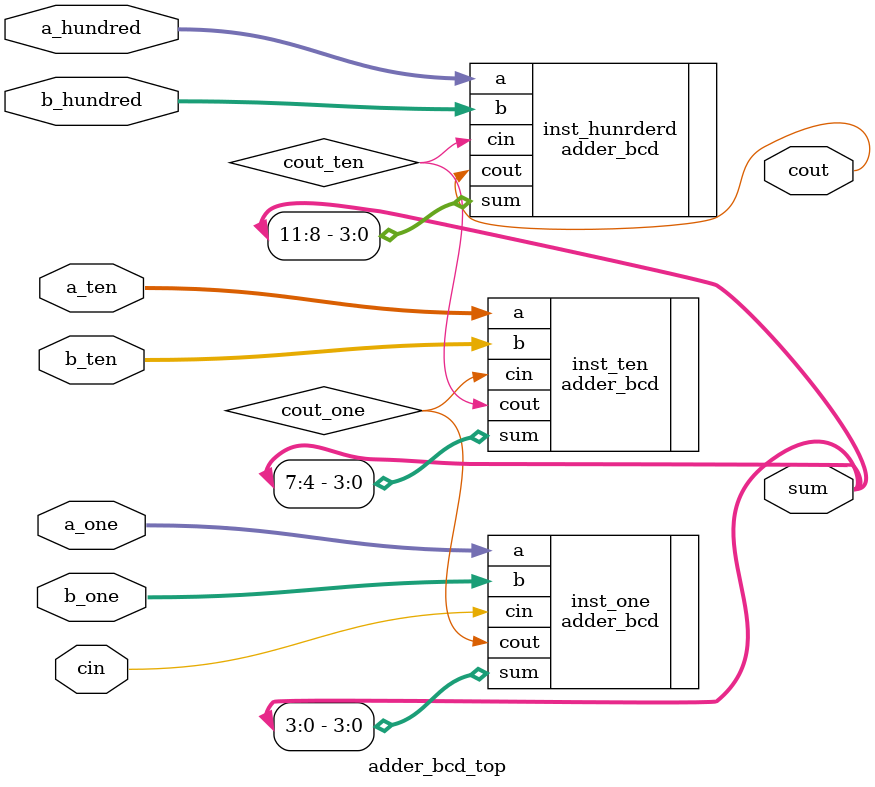
<source format=v>
module adder_bcd_top(
    input wire [3:0] a_hundred,
    input wire [3:0] a_ten ,
    input wire [3:0] a_one,

    input wire [3:0] b_hundred,
    input wire [3:0] b_ten ,
    input wire [3:0] b_one,
    
    input wire cin,
    output wire [11:0] sum,
    output wire cout
);

wire cout_one,cout_ten;

adder_bcd inst_one(
    .a(a_one),
    .b(b_one),
    .cin(cin),
    .cout(cout_one),
    .sum(sum[3:0])
);

adder_bcd inst_ten (
    .a(a_ten),
    .b(b_ten),
    .cin(cout_one),
    .cout(cout_ten),
    .sum(sum[7:4])
);

adder_bcd inst_hunrderd(
    .a(a_hundred),
    .b(b_hundred),
    .cin(cout_ten),
    .cout(cout),
    .sum(sum[11:8])
);


endmodule

</source>
